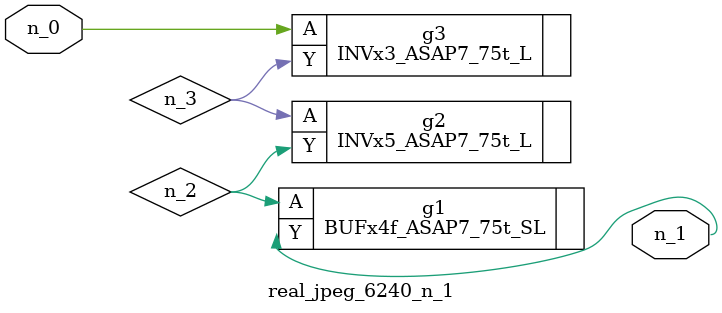
<source format=v>
module real_jpeg_6240_n_1 (n_0, n_1);

input n_0;

output n_1;

wire n_3;
wire n_2;

INVx3_ASAP7_75t_L g3 ( 
.A(n_0),
.Y(n_3)
);

BUFx4f_ASAP7_75t_SL g1 ( 
.A(n_2),
.Y(n_1)
);

INVx5_ASAP7_75t_L g2 ( 
.A(n_3),
.Y(n_2)
);


endmodule
</source>
